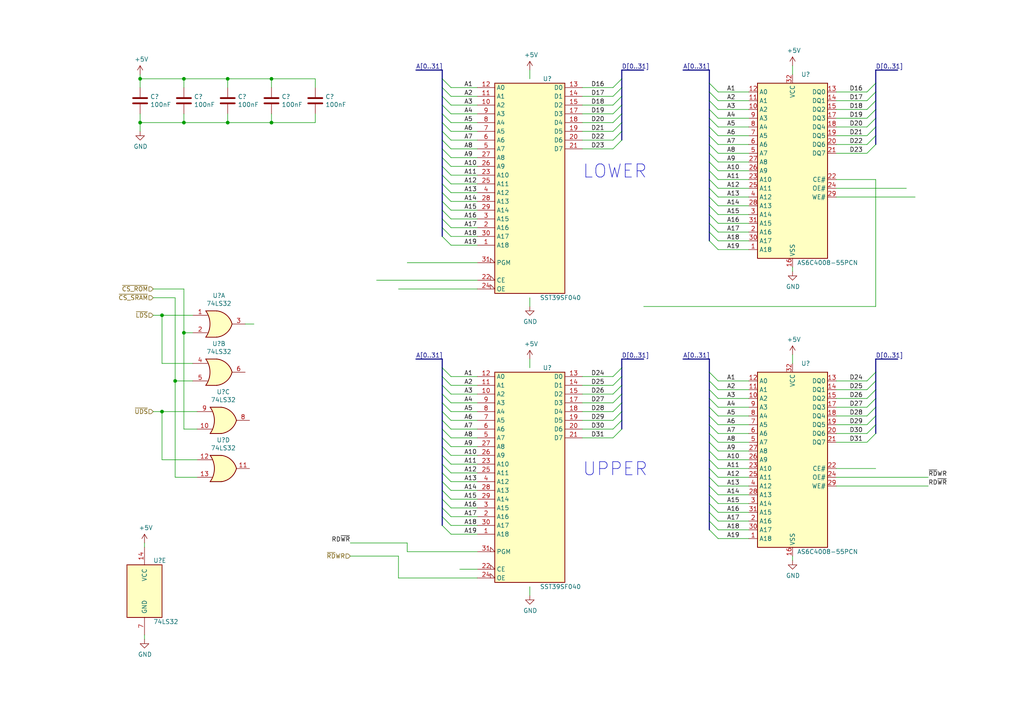
<source format=kicad_sch>
(kicad_sch (version 20211123) (generator eeschema)
  (paper "A4")
  (lib_symbols
    (symbol "74xx:74LS32" (pin_names (offset 1.016))
      (property "Reference" "U" (at 0 1.27 0))
      (property "Value" "74LS32" (at 0 -1.27 0))
      (symbol "74LS32_1_1"
        (arc (start -3.81 -3.81) (mid -2.589 0) (end -3.81 3.81) (stroke (width 0.254)))
        (arc (start -0.6096 -3.81) (mid 2.1855 -2.584) (end 3.81 0) (stroke (width 0.254)) (fill (type background)))
        (polyline (pts (xy -3.81 -3.81) (xy -0.635 -3.81)) (stroke (width 0.254)) (fill (type background)))
        (polyline (pts (xy -3.81 3.81) (xy -0.635 3.81)) (stroke (width 0.254)) (fill (type background)))
        (polyline (pts (xy -0.635 3.81) (xy -3.81 3.81) (xy -3.81 3.81) (xy -3.556 3.4036) (xy -3.0226 2.2606) (xy -2.6924 1.0414) (xy -2.6162 -0.254) (xy -2.7686 -1.4986) (xy -3.175 -2.7178) (xy -3.81 -3.81) (xy -3.81 -3.81) (xy -0.635 -3.81)) (stroke (width -25.4)) (fill (type background)))
        (arc (start 3.81 0) (mid 2.1928 2.5925) (end -0.6096 3.81) (stroke (width 0.254)) (fill (type background)))
        (pin input line (at -7.62 2.54 0) (length 4.318) (name "~") (number "1"))
        (pin input line (at -7.62 -2.54 0) (length 4.318) (name "~") (number "2"))
        (pin output line (at 7.62 0 180) (length 3.81) (name "~") (number "3"))
      )
      (symbol "74LS32_1_2"
        (arc (start 0 -3.81) (mid 3.81 0) (end 0 3.81) (stroke (width 0.254)) (fill (type background)))
        (polyline (pts (xy 0 3.81) (xy -3.81 3.81) (xy -3.81 -3.81) (xy 0 -3.81)) (stroke (width 0.254)) (fill (type background)))
        (pin input inverted (at -7.62 2.54 0) (length 3.81) (name "~") (number "1"))
        (pin input inverted (at -7.62 -2.54 0) (length 3.81) (name "~") (number "2"))
        (pin output inverted (at 7.62 0 180) (length 3.81) (name "~") (number "3"))
      )
      (symbol "74LS32_2_1"
        (arc (start -3.81 -3.81) (mid -2.589 0) (end -3.81 3.81) (stroke (width 0.254)))
        (arc (start -0.6096 -3.81) (mid 2.1855 -2.584) (end 3.81 0) (stroke (width 0.254)) (fill (type background)))
        (polyline (pts (xy -3.81 -3.81) (xy -0.635 -3.81)) (stroke (width 0.254)) (fill (type background)))
        (polyline (pts (xy -3.81 3.81) (xy -0.635 3.81)) (stroke (width 0.254)) (fill (type background)))
        (polyline (pts (xy -0.635 3.81) (xy -3.81 3.81) (xy -3.81 3.81) (xy -3.556 3.4036) (xy -3.0226 2.2606) (xy -2.6924 1.0414) (xy -2.6162 -0.254) (xy -2.7686 -1.4986) (xy -3.175 -2.7178) (xy -3.81 -3.81) (xy -3.81 -3.81) (xy -0.635 -3.81)) (stroke (width -25.4)) (fill (type background)))
        (arc (start 3.81 0) (mid 2.1928 2.5925) (end -0.6096 3.81) (stroke (width 0.254)) (fill (type background)))
        (pin input line (at -7.62 2.54 0) (length 4.318) (name "~") (number "4"))
        (pin input line (at -7.62 -2.54 0) (length 4.318) (name "~") (number "5"))
        (pin output line (at 7.62 0 180) (length 3.81) (name "~") (number "6"))
      )
      (symbol "74LS32_2_2"
        (arc (start 0 -3.81) (mid 3.81 0) (end 0 3.81) (stroke (width 0.254)) (fill (type background)))
        (polyline (pts (xy 0 3.81) (xy -3.81 3.81) (xy -3.81 -3.81) (xy 0 -3.81)) (stroke (width 0.254)) (fill (type background)))
        (pin input inverted (at -7.62 2.54 0) (length 3.81) (name "~") (number "4"))
        (pin input inverted (at -7.62 -2.54 0) (length 3.81) (name "~") (number "5"))
        (pin output inverted (at 7.62 0 180) (length 3.81) (name "~") (number "6"))
      )
      (symbol "74LS32_3_1"
        (arc (start -3.81 -3.81) (mid -2.589 0) (end -3.81 3.81) (stroke (width 0.254)))
        (arc (start -0.6096 -3.81) (mid 2.1855 -2.584) (end 3.81 0) (stroke (width 0.254)) (fill (type background)))
        (polyline (pts (xy -3.81 -3.81) (xy -0.635 -3.81)) (stroke (width 0.254)) (fill (type background)))
        (polyline (pts (xy -3.81 3.81) (xy -0.635 3.81)) (stroke (width 0.254)) (fill (type background)))
        (polyline (pts (xy -0.635 3.81) (xy -3.81 3.81) (xy -3.81 3.81) (xy -3.556 3.4036) (xy -3.0226 2.2606) (xy -2.6924 1.0414) (xy -2.6162 -0.254) (xy -2.7686 -1.4986) (xy -3.175 -2.7178) (xy -3.81 -3.81) (xy -3.81 -3.81) (xy -0.635 -3.81)) (stroke (width -25.4)) (fill (type background)))
        (arc (start 3.81 0) (mid 2.1928 2.5925) (end -0.6096 3.81) (stroke (width 0.254)) (fill (type background)))
        (pin input line (at -7.62 -2.54 0) (length 4.318) (name "~") (number "10"))
        (pin output line (at 7.62 0 180) (length 3.81) (name "~") (number "8"))
        (pin input line (at -7.62 2.54 0) (length 4.318) (name "~") (number "9"))
      )
      (symbol "74LS32_3_2"
        (arc (start 0 -3.81) (mid 3.81 0) (end 0 3.81) (stroke (width 0.254)) (fill (type background)))
        (polyline (pts (xy 0 3.81) (xy -3.81 3.81) (xy -3.81 -3.81) (xy 0 -3.81)) (stroke (width 0.254)) (fill (type background)))
        (pin input inverted (at -7.62 -2.54 0) (length 3.81) (name "~") (number "10"))
        (pin output inverted (at 7.62 0 180) (length 3.81) (name "~") (number "8"))
        (pin input inverted (at -7.62 2.54 0) (length 3.81) (name "~") (number "9"))
      )
      (symbol "74LS32_4_1"
        (arc (start -3.81 -3.81) (mid -2.589 0) (end -3.81 3.81) (stroke (width 0.254)))
        (arc (start -0.6096 -3.81) (mid 2.1855 -2.584) (end 3.81 0) (stroke (width 0.254)) (fill (type background)))
        (polyline (pts (xy -3.81 -3.81) (xy -0.635 -3.81)) (stroke (width 0.254)) (fill (type background)))
        (polyline (pts (xy -3.81 3.81) (xy -0.635 3.81)) (stroke (width 0.254)) (fill (type background)))
        (polyline (pts (xy -0.635 3.81) (xy -3.81 3.81) (xy -3.81 3.81) (xy -3.556 3.4036) (xy -3.0226 2.2606) (xy -2.6924 1.0414) (xy -2.6162 -0.254) (xy -2.7686 -1.4986) (xy -3.175 -2.7178) (xy -3.81 -3.81) (xy -3.81 -3.81) (xy -0.635 -3.81)) (stroke (width -25.4)) (fill (type background)))
        (arc (start 3.81 0) (mid 2.1928 2.5925) (end -0.6096 3.81) (stroke (width 0.254)) (fill (type background)))
        (pin output line (at 7.62 0 180) (length 3.81) (name "~") (number "11"))
        (pin input line (at -7.62 2.54 0) (length 4.318) (name "~") (number "12"))
        (pin input line (at -7.62 -2.54 0) (length 4.318) (name "~") (number "13"))
      )
      (symbol "74LS32_4_2"
        (arc (start 0 -3.81) (mid 3.81 0) (end 0 3.81) (stroke (width 0.254)) (fill (type background)))
        (polyline (pts (xy 0 3.81) (xy -3.81 3.81) (xy -3.81 -3.81) (xy 0 -3.81)) (stroke (width 0.254)) (fill (type background)))
        (pin output inverted (at 7.62 0 180) (length 3.81) (name "~") (number "11"))
        (pin input inverted (at -7.62 2.54 0) (length 3.81) (name "~") (number "12"))
        (pin input inverted (at -7.62 -2.54 0) (length 3.81) (name "~") (number "13"))
      )
      (symbol "74LS32_5_0"
        (pin power_in line (at 0 12.7 270) (length 5.08) (name "VCC") (number "14"))
        (pin power_in line (at 0 -12.7 90) (length 5.08) (name "GND") (number "7"))
      )
      (symbol "74LS32_5_1"
        (rectangle (start -5.08 7.62) (end 5.08 -7.62) (stroke (width 0.254)) (fill (type background)))
      )
    )
    (symbol "Device:C" (pin_numbers hide) (pin_names (offset 0.254))
      (property "Reference" "C" (at 0.635 2.54 0))
      (property "Value" "C" (at 0.635 -2.54 0))
      (symbol "C_0_1"
        (polyline (pts (xy -2.032 -0.762) (xy 2.032 -0.762)) (stroke (width 0.508)))
        (polyline (pts (xy -2.032 0.762) (xy 2.032 0.762)) (stroke (width 0.508)))
      )
      (symbol "C_1_1"
        (pin passive line (at 0 3.81 270) (length 2.794) (name "~") (number "1"))
        (pin passive line (at 0 -3.81 90) (length 2.794) (name "~") (number "2"))
      )
    )
    (symbol "Memory_Flash:SST39SF040"
      (property "Reference" "U" (at 2.54 33.02 0))
      (property "Value" "SST39SF040" (at 0 -30.48 0))
      (symbol "SST39SF040_0_0"
        (pin power_in line (at 0 -30.48 90) (length 1.27) hide (name "GND") (number "16"))
        (pin power_in line (at 0 33.02 270) (length 1.27) hide (name "VCC") (number "32"))
      )
      (symbol "SST39SF040_0_1"
        (rectangle (start -10.16 31.75) (end 10.16 -29.21) (stroke (width 0.254)) (fill (type background)))
      )
      (symbol "SST39SF040_1_1"
        (pin input line (at -15.24 -15.24 0) (length 5.08) (name "A18") (number "1"))
        (pin input line (at -15.24 25.4 0) (length 5.08) (name "A2") (number "10"))
        (pin input line (at -15.24 27.94 0) (length 5.08) (name "A1") (number "11"))
        (pin input line (at -15.24 30.48 0) (length 5.08) (name "A0") (number "12"))
        (pin tri_state line (at 15.24 30.48 180) (length 5.08) (name "D0") (number "13"))
        (pin tri_state line (at 15.24 27.94 180) (length 5.08) (name "D1") (number "14"))
        (pin tri_state line (at 15.24 25.4 180) (length 5.08) (name "D2") (number "15"))
        (pin tri_state line (at 15.24 22.86 180) (length 5.08) (name "D3") (number "17"))
        (pin tri_state line (at 15.24 20.32 180) (length 5.08) (name "D4") (number "18"))
        (pin tri_state line (at 15.24 17.78 180) (length 5.08) (name "D5") (number "19"))
        (pin input line (at -15.24 -10.16 0) (length 5.08) (name "A16") (number "2"))
        (pin tri_state line (at 15.24 15.24 180) (length 5.08) (name "D6") (number "20"))
        (pin tri_state line (at 15.24 12.7 180) (length 5.08) (name "D7") (number "21"))
        (pin input input_low (at -15.24 -25.4 0) (length 5.08) (name "CE") (number "22"))
        (pin input line (at -15.24 5.08 0) (length 5.08) (name "A10") (number "23"))
        (pin input input_low (at -15.24 -27.94 0) (length 5.08) (name "OE") (number "24"))
        (pin input line (at -15.24 2.54 0) (length 5.08) (name "A11") (number "25"))
        (pin input line (at -15.24 7.62 0) (length 5.08) (name "A9") (number "26"))
        (pin input line (at -15.24 10.16 0) (length 5.08) (name "A8") (number "27"))
        (pin input line (at -15.24 -2.54 0) (length 5.08) (name "A13") (number "28"))
        (pin input line (at -15.24 -5.08 0) (length 5.08) (name "A14") (number "29"))
        (pin input line (at -15.24 -7.62 0) (length 5.08) (name "A15") (number "3"))
        (pin input line (at -15.24 -12.7 0) (length 5.08) (name "A17") (number "30"))
        (pin input input_low (at -15.24 -20.32 0) (length 5.08) (name "PGM") (number "31"))
        (pin input line (at -15.24 0 0) (length 5.08) (name "A12") (number "4"))
        (pin input line (at -15.24 12.7 0) (length 5.08) (name "A7") (number "5"))
        (pin input line (at -15.24 15.24 0) (length 5.08) (name "A6") (number "6"))
        (pin input line (at -15.24 17.78 0) (length 5.08) (name "A5") (number "7"))
        (pin input line (at -15.24 20.32 0) (length 5.08) (name "A4") (number "8"))
        (pin input line (at -15.24 22.86 0) (length 5.08) (name "A3") (number "9"))
      )
    )
    (symbol "Memory_RAM:AS6C4008-55PCN"
      (property "Reference" "U" (at -10.16 26.035 0))
      (property "Value" "AS6C4008-55PCN" (at 2.54 26.035 0))
      (symbol "AS6C4008-55PCN_0_0"
        (pin power_in line (at 0 -27.94 90) (length 2.54) (name "VSS") (number "16"))
        (pin power_in line (at 0 27.94 270) (length 2.54) (name "VCC") (number "32"))
      )
      (symbol "AS6C4008-55PCN_0_1"
        (rectangle (start -10.16 25.4) (end 10.16 -25.4) (stroke (width 0.254)) (fill (type background)))
      )
      (symbol "AS6C4008-55PCN_1_1"
        (pin input line (at -12.7 -22.86 0) (length 2.54) (name "A18") (number "1"))
        (pin input line (at -12.7 17.78 0) (length 2.54) (name "A2") (number "10"))
        (pin input line (at -12.7 20.32 0) (length 2.54) (name "A1") (number "11"))
        (pin input line (at -12.7 22.86 0) (length 2.54) (name "A0") (number "12"))
        (pin tri_state line (at 12.7 22.86 180) (length 2.54) (name "DQ0") (number "13"))
        (pin tri_state line (at 12.7 20.32 180) (length 2.54) (name "DQ1") (number "14"))
        (pin tri_state line (at 12.7 17.78 180) (length 2.54) (name "DQ2") (number "15"))
        (pin tri_state line (at 12.7 15.24 180) (length 2.54) (name "DQ3") (number "17"))
        (pin tri_state line (at 12.7 12.7 180) (length 2.54) (name "DQ4") (number "18"))
        (pin tri_state line (at 12.7 10.16 180) (length 2.54) (name "DQ5") (number "19"))
        (pin input line (at -12.7 -17.78 0) (length 2.54) (name "A16") (number "2"))
        (pin tri_state line (at 12.7 7.62 180) (length 2.54) (name "DQ6") (number "20"))
        (pin tri_state line (at 12.7 5.08 180) (length 2.54) (name "DQ7") (number "21"))
        (pin input line (at 12.7 -2.54 180) (length 2.54) (name "CE#") (number "22"))
        (pin input line (at -12.7 -2.54 0) (length 2.54) (name "A10") (number "23"))
        (pin input line (at 12.7 -5.08 180) (length 2.54) (name "OE#") (number "24"))
        (pin input line (at -12.7 -5.08 0) (length 2.54) (name "A11") (number "25"))
        (pin input line (at -12.7 0 0) (length 2.54) (name "A9") (number "26"))
        (pin input line (at -12.7 2.54 0) (length 2.54) (name "A8") (number "27"))
        (pin input line (at -12.7 -10.16 0) (length 2.54) (name "A13") (number "28"))
        (pin input line (at 12.7 -7.62 180) (length 2.54) (name "WE#") (number "29"))
        (pin input line (at -12.7 -12.7 0) (length 2.54) (name "A14") (number "3"))
        (pin input line (at -12.7 -20.32 0) (length 2.54) (name "A17") (number "30"))
        (pin input line (at -12.7 -15.24 0) (length 2.54) (name "A15") (number "31"))
        (pin input line (at -12.7 -7.62 0) (length 2.54) (name "A12") (number "4"))
        (pin input line (at -12.7 5.08 0) (length 2.54) (name "A7") (number "5"))
        (pin input line (at -12.7 7.62 0) (length 2.54) (name "A6") (number "6"))
        (pin input line (at -12.7 10.16 0) (length 2.54) (name "A5") (number "7"))
        (pin input line (at -12.7 12.7 0) (length 2.54) (name "A4") (number "8"))
        (pin input line (at -12.7 15.24 0) (length 2.54) (name "A3") (number "9"))
      )
    )
    (symbol "power:+5V" (power) (pin_names (offset 0))
      (property "Value" "+5V" (at 0 3.556 0))
      (symbol "+5V_0_1"
        (polyline (pts (xy -0.762 1.27) (xy 0 2.54)))
        (polyline (pts (xy 0 0) (xy 0 2.54)))
        (polyline (pts (xy 0 2.54) (xy 0.762 1.27)))
      )
      (symbol "+5V_1_1"
        (pin power_in line (at 0 0 90) (length 0) hide (name "+5V") (number "1"))
      )
    )
    (symbol "power:GND" (power) (pin_names (offset 0))
      (property "Value" "GND" (at 0 -3.81 0))
      (symbol "GND_0_1"
        (polyline (pts (xy 0 0) (xy 0 -1.27) (xy 1.27 -1.27) (xy 0 -2.54) (xy -1.27 -1.27) (xy 0 -1.27)))
      )
      (symbol "GND_1_1"
        (pin power_in line (at 0 0 270) (length 0) hide (name "GND") (number "1"))
      )
    )
  )
  (junction (at 53.34 22.86))
  (junction (at 50.8 110.49))
  (junction (at 66.04 22.86))
  (junction (at 46.99 91.44))
  (junction (at 46.99 119.38))
  (junction (at 78.74 22.86))
  (junction (at 53.34 35.56))
  (junction (at 78.74 35.56))
  (junction (at 40.64 35.56))
  (junction (at 40.64 22.86))
  (junction (at 53.34 96.52))
  (junction (at 66.04 35.56))
  (bus_entry (at 128.27 22.86) (size 2.54 2.54))
  (bus_entry (at 254 41.91) (size -2.54 2.54))
  (bus_entry (at 205.74 140.97) (size 2.54 2.54))
  (bus_entry (at 128.27 116.84) (size 2.54 2.54))
  (bus_entry (at 205.74 34.29) (size 2.54 2.54))
  (bus_entry (at 128.27 114.3) (size 2.54 2.54))
  (bus_entry (at 205.74 57.15) (size 2.54 2.54))
  (bus_entry (at 128.27 40.64) (size 2.54 2.54))
  (bus_entry (at 205.74 39.37) (size 2.54 2.54))
  (bus_entry (at 180.34 25.4) (size -2.54 2.54))
  (bus_entry (at 205.74 153.67) (size 2.54 2.54))
  (bus_entry (at 205.74 130.81) (size 2.54 2.54))
  (bus_entry (at 128.27 127) (size 2.54 2.54))
  (bus_entry (at 205.74 110.49) (size 2.54 2.54))
  (bus_entry (at 180.34 27.94) (size -2.54 2.54))
  (bus_entry (at 128.27 55.88) (size 2.54 2.54))
  (bus_entry (at 128.27 121.92) (size 2.54 2.54))
  (bus_entry (at 205.74 125.73) (size 2.54 2.54))
  (bus_entry (at 128.27 53.34) (size 2.54 2.54))
  (bus_entry (at 254 123.19) (size -2.54 2.54))
  (bus_entry (at 205.74 59.69) (size 2.54 2.54))
  (bus_entry (at 128.27 38.1) (size 2.54 2.54))
  (bus_entry (at 254 34.29) (size -2.54 2.54))
  (bus_entry (at 128.27 109.22) (size 2.54 2.54))
  (bus_entry (at 205.74 31.75) (size 2.54 2.54))
  (bus_entry (at 254 39.37) (size -2.54 2.54))
  (bus_entry (at 254 24.13) (size -2.54 2.54))
  (bus_entry (at 180.34 109.22) (size -2.54 2.54))
  (bus_entry (at 254 118.11) (size -2.54 2.54))
  (bus_entry (at 128.27 58.42) (size 2.54 2.54))
  (bus_entry (at 205.74 67.31) (size 2.54 2.54))
  (bus_entry (at 128.27 134.62) (size 2.54 2.54))
  (bus_entry (at 180.34 111.76) (size -2.54 2.54))
  (bus_entry (at 128.27 43.18) (size 2.54 2.54))
  (bus_entry (at 205.74 29.21) (size 2.54 2.54))
  (bus_entry (at 205.74 64.77) (size 2.54 2.54))
  (bus_entry (at 180.34 33.02) (size -2.54 2.54))
  (bus_entry (at 180.34 124.46) (size -2.54 2.54))
  (bus_entry (at 128.27 124.46) (size 2.54 2.54))
  (bus_entry (at 128.27 60.96) (size 2.54 2.54))
  (bus_entry (at 205.74 107.95) (size 2.54 2.54))
  (bus_entry (at 254 107.95) (size -2.54 2.54))
  (bus_entry (at 128.27 129.54) (size 2.54 2.54))
  (bus_entry (at 205.74 118.11) (size 2.54 2.54))
  (bus_entry (at 128.27 33.02) (size 2.54 2.54))
  (bus_entry (at 205.74 46.99) (size 2.54 2.54))
  (bus_entry (at 205.74 69.85) (size 2.54 2.54))
  (bus_entry (at 205.74 135.89) (size 2.54 2.54))
  (bus_entry (at 180.34 22.86) (size -2.54 2.54))
  (bus_entry (at 254 31.75) (size -2.54 2.54))
  (bus_entry (at 180.34 116.84) (size -2.54 2.54))
  (bus_entry (at 205.74 133.35) (size 2.54 2.54))
  (bus_entry (at 205.74 62.23) (size 2.54 2.54))
  (bus_entry (at 180.34 106.68) (size -2.54 2.54))
  (bus_entry (at 205.74 120.65) (size 2.54 2.54))
  (bus_entry (at 180.34 35.56) (size -2.54 2.54))
  (bus_entry (at 128.27 152.4) (size 2.54 2.54))
  (bus_entry (at 205.74 138.43) (size 2.54 2.54))
  (bus_entry (at 128.27 119.38) (size 2.54 2.54))
  (bus_entry (at 254 113.03) (size -2.54 2.54))
  (bus_entry (at 128.27 25.4) (size 2.54 2.54))
  (bus_entry (at 180.34 114.3) (size -2.54 2.54))
  (bus_entry (at 128.27 66.04) (size 2.54 2.54))
  (bus_entry (at 205.74 113.03) (size 2.54 2.54))
  (bus_entry (at 180.34 121.92) (size -2.54 2.54))
  (bus_entry (at 205.74 146.05) (size 2.54 2.54))
  (bus_entry (at 128.27 144.78) (size 2.54 2.54))
  (bus_entry (at 254 125.73) (size -2.54 2.54))
  (bus_entry (at 128.27 139.7) (size 2.54 2.54))
  (bus_entry (at 128.27 50.8) (size 2.54 2.54))
  (bus_entry (at 205.74 52.07) (size 2.54 2.54))
  (bus_entry (at 128.27 68.58) (size 2.54 2.54))
  (bus_entry (at 180.34 119.38) (size -2.54 2.54))
  (bus_entry (at 128.27 30.48) (size 2.54 2.54))
  (bus_entry (at 254 29.21) (size -2.54 2.54))
  (bus_entry (at 205.74 44.45) (size 2.54 2.54))
  (bus_entry (at 128.27 137.16) (size 2.54 2.54))
  (bus_entry (at 205.74 41.91) (size 2.54 2.54))
  (bus_entry (at 128.27 48.26) (size 2.54 2.54))
  (bus_entry (at 128.27 106.68) (size 2.54 2.54))
  (bus_entry (at 205.74 115.57) (size 2.54 2.54))
  (bus_entry (at 205.74 148.59) (size 2.54 2.54))
  (bus_entry (at 180.34 30.48) (size -2.54 2.54))
  (bus_entry (at 254 36.83) (size -2.54 2.54))
  (bus_entry (at 180.34 38.1) (size -2.54 2.54))
  (bus_entry (at 205.74 143.51) (size 2.54 2.54))
  (bus_entry (at 128.27 63.5) (size 2.54 2.54))
  (bus_entry (at 254 120.65) (size -2.54 2.54))
  (bus_entry (at 205.74 49.53) (size 2.54 2.54))
  (bus_entry (at 128.27 147.32) (size 2.54 2.54))
  (bus_entry (at 205.74 36.83) (size 2.54 2.54))
  (bus_entry (at 205.74 128.27) (size 2.54 2.54))
  (bus_entry (at 128.27 35.56) (size 2.54 2.54))
  (bus_entry (at 128.27 45.72) (size 2.54 2.54))
  (bus_entry (at 128.27 27.94) (size 2.54 2.54))
  (bus_entry (at 205.74 54.61) (size 2.54 2.54))
  (bus_entry (at 128.27 132.08) (size 2.54 2.54))
  (bus_entry (at 205.74 123.19) (size 2.54 2.54))
  (bus_entry (at 205.74 26.67) (size 2.54 2.54))
  (bus_entry (at 128.27 142.24) (size 2.54 2.54))
  (bus_entry (at 180.34 40.64) (size -2.54 2.54))
  (bus_entry (at 128.27 111.76) (size 2.54 2.54))
  (bus_entry (at 205.74 24.13) (size 2.54 2.54))
  (bus_entry (at 254 110.49) (size -2.54 2.54))
  (bus_entry (at 254 26.67) (size -2.54 2.54))
  (bus_entry (at 205.74 151.13) (size 2.54 2.54))
  (bus_entry (at 254 115.57) (size -2.54 2.54))
  (bus_entry (at 128.27 149.86) (size 2.54 2.54))
  (bus (pts (xy 128.27 40.64) (xy 128.27 43.18)))
  (bus (pts (xy 128.27 58.42) (xy 128.27 60.96)))
  (wire (pts (xy 50.8 86.36) (xy 44.45 86.36)))
  (wire (pts (xy 254 135.89) (xy 242.57 135.89)))
  (bus (pts (xy 205.74 49.53) (xy 205.74 52.07)))
  (wire (pts (xy 130.81 71.12) (xy 138.43 71.12)))
  (wire (pts (xy 208.28 62.23) (xy 217.17 62.23)))
  (wire (pts (xy 168.91 35.56) (xy 177.8 35.56)))
  (wire (pts (xy 138.43 111.76) (xy 130.81 111.76)))
  (wire (pts (xy 109.22 81.28) (xy 138.43 81.28)))
  (wire (pts (xy 130.81 60.96) (xy 138.43 60.96)))
  (bus (pts (xy 205.74 24.13) (xy 205.74 26.67)))
  (wire (pts (xy 130.81 109.22) (xy 138.43 109.22)))
  (bus (pts (xy 205.74 46.99) (xy 205.74 49.53)))
  (bus (pts (xy 180.34 30.48) (xy 180.34 33.02)))
  (wire (pts (xy 251.46 123.19) (xy 242.57 123.19)))
  (wire (pts (xy 217.17 59.69) (xy 208.28 59.69)))
  (bus (pts (xy 128.27 124.46) (xy 128.27 127)))
  (bus (pts (xy 205.74 120.65) (xy 205.74 123.19)))
  (bus (pts (xy 205.74 123.19) (xy 205.74 125.73)))
  (bus (pts (xy 128.27 134.62) (xy 128.27 137.16)))
  (bus (pts (xy 128.27 43.18) (xy 128.27 45.72)))
  (bus (pts (xy 205.74 143.51) (xy 205.74 146.05)))
  (bus (pts (xy 128.27 33.02) (xy 128.27 35.56)))
  (wire (pts (xy 177.8 127) (xy 168.91 127)))
  (wire (pts (xy 118.11 76.2) (xy 138.43 76.2)))
  (bus (pts (xy 205.74 115.57) (xy 205.74 118.11)))
  (bus (pts (xy 205.74 36.83) (xy 205.74 39.37)))
  (wire (pts (xy 242.57 125.73) (xy 251.46 125.73)))
  (wire (pts (xy 53.34 35.56) (xy 40.64 35.56)))
  (wire (pts (xy 153.67 172.72) (xy 153.67 170.18)))
  (wire (pts (xy 130.81 50.8) (xy 138.43 50.8)))
  (bus (pts (xy 128.27 149.86) (xy 128.27 152.4)))
  (wire (pts (xy 168.91 30.48) (xy 177.8 30.48)))
  (bus (pts (xy 128.27 63.5) (xy 128.27 66.04)))
  (bus (pts (xy 205.74 52.07) (xy 205.74 54.61)))
  (wire (pts (xy 66.04 35.56) (xy 53.34 35.56)))
  (wire (pts (xy 208.28 130.81) (xy 217.17 130.81)))
  (wire (pts (xy 242.57 26.67) (xy 251.46 26.67)))
  (bus (pts (xy 128.27 45.72) (xy 128.27 48.26)))
  (wire (pts (xy 153.67 88.9) (xy 153.67 86.36)))
  (wire (pts (xy 208.28 151.13) (xy 217.17 151.13)))
  (wire (pts (xy 208.28 115.57) (xy 217.17 115.57)))
  (wire (pts (xy 229.87 162.56) (xy 229.87 161.29)))
  (wire (pts (xy 46.99 91.44) (xy 55.88 91.44)))
  (wire (pts (xy 251.46 113.03) (xy 242.57 113.03)))
  (wire (pts (xy 217.17 49.53) (xy 208.28 49.53)))
  (bus (pts (xy 205.74 26.67) (xy 205.74 29.21)))
  (bus (pts (xy 205.74 151.13) (xy 205.74 153.67)))
  (wire (pts (xy 217.17 123.19) (xy 208.28 123.19)))
  (wire (pts (xy 217.17 29.21) (xy 208.28 29.21)))
  (bus (pts (xy 128.27 22.86) (xy 128.27 25.4)))
  (bus (pts (xy 128.27 137.16) (xy 128.27 139.7)))
  (wire (pts (xy 53.34 96.52) (xy 55.88 96.52)))
  (wire (pts (xy 44.45 83.82) (xy 53.34 83.82)))
  (bus (pts (xy 128.27 121.92) (xy 128.27 124.46)))
  (bus (pts (xy 254 20.32) (xy 254 24.13)))
  (bus (pts (xy 128.27 144.78) (xy 128.27 147.32)))
  (wire (pts (xy 118.11 157.48) (xy 118.11 160.02)))
  (bus (pts (xy 128.27 139.7) (xy 128.27 142.24)))
  (bus (pts (xy 128.27 30.48) (xy 128.27 33.02)))
  (bus (pts (xy 180.34 119.38) (xy 180.34 121.92)))
  (bus (pts (xy 254 36.83) (xy 254 39.37)))
  (bus (pts (xy 254 34.29) (xy 254 36.83)))
  (wire (pts (xy 229.87 19.05) (xy 229.87 21.59)))
  (wire (pts (xy 78.74 35.56) (xy 66.04 35.56)))
  (wire (pts (xy 251.46 128.27) (xy 242.57 128.27)))
  (wire (pts (xy 177.8 116.84) (xy 168.91 116.84)))
  (wire (pts (xy 50.8 86.36) (xy 50.8 110.49)))
  (wire (pts (xy 46.99 105.41) (xy 46.99 91.44)))
  (bus (pts (xy 128.27 119.38) (xy 128.27 121.92)))
  (bus (pts (xy 128.27 53.34) (xy 128.27 55.88)))
  (bus (pts (xy 128.27 109.22) (xy 128.27 111.76)))
  (wire (pts (xy 217.17 138.43) (xy 208.28 138.43)))
  (wire (pts (xy 251.46 29.21) (xy 242.57 29.21)))
  (bus (pts (xy 205.74 62.23) (xy 205.74 64.77)))
  (wire (pts (xy 208.28 125.73) (xy 217.17 125.73)))
  (wire (pts (xy 130.81 134.62) (xy 138.43 134.62)))
  (bus (pts (xy 205.74 133.35) (xy 205.74 135.89)))
  (wire (pts (xy 208.28 146.05) (xy 217.17 146.05)))
  (wire (pts (xy 208.28 52.07) (xy 217.17 52.07)))
  (bus (pts (xy 128.27 35.56) (xy 128.27 38.1)))
  (wire (pts (xy 138.43 53.34) (xy 130.81 53.34)))
  (wire (pts (xy 138.43 58.42) (xy 130.81 58.42)))
  (bus (pts (xy 254 110.49) (xy 254 113.03)))
  (bus (pts (xy 180.34 38.1) (xy 180.34 40.64)))
  (bus (pts (xy 205.74 110.49) (xy 205.74 113.03)))
  (wire (pts (xy 208.28 46.99) (xy 217.17 46.99)))
  (wire (pts (xy 186.69 88.9) (xy 254 88.9)))
  (wire (pts (xy 78.74 33.02) (xy 78.74 35.56)))
  (bus (pts (xy 128.27 127) (xy 128.27 129.54)))
  (wire (pts (xy 217.17 133.35) (xy 208.28 133.35)))
  (bus (pts (xy 128.27 20.32) (xy 128.27 22.86)))
  (wire (pts (xy 40.64 22.86) (xy 53.34 22.86)))
  (bus (pts (xy 128.27 55.88) (xy 128.27 58.42)))
  (bus (pts (xy 205.74 130.81) (xy 205.74 133.35)))
  (bus (pts (xy 205.74 67.31) (xy 205.74 69.85)))
  (wire (pts (xy 40.64 22.86) (xy 40.64 21.59)))
  (wire (pts (xy 208.28 156.21) (xy 217.17 156.21)))
  (wire (pts (xy 130.81 55.88) (xy 138.43 55.88)))
  (bus (pts (xy 254 113.03) (xy 254 115.57)))
  (wire (pts (xy 130.81 124.46) (xy 138.43 124.46)))
  (wire (pts (xy 217.17 113.03) (xy 208.28 113.03)))
  (bus (pts (xy 205.74 104.14) (xy 205.74 107.95)))
  (bus (pts (xy 205.74 39.37) (xy 205.74 41.91)))
  (bus (pts (xy 205.74 34.29) (xy 205.74 36.83)))
  (wire (pts (xy 53.34 22.86) (xy 66.04 22.86)))
  (wire (pts (xy 118.11 160.02) (xy 138.43 160.02)))
  (bus (pts (xy 254 118.11) (xy 254 120.65)))
  (wire (pts (xy 208.28 72.39) (xy 217.17 72.39)))
  (bus (pts (xy 128.27 132.08) (xy 128.27 134.62)))
  (wire (pts (xy 130.81 40.64) (xy 138.43 40.64)))
  (wire (pts (xy 138.43 147.32) (xy 130.81 147.32)))
  (bus (pts (xy 254 24.13) (xy 254 26.67)))
  (wire (pts (xy 138.43 68.58) (xy 130.81 68.58)))
  (wire (pts (xy 138.43 63.5) (xy 130.81 63.5)))
  (wire (pts (xy 50.8 138.43) (xy 57.15 138.43)))
  (wire (pts (xy 91.44 35.56) (xy 78.74 35.56)))
  (wire (pts (xy 177.8 43.18) (xy 168.91 43.18)))
  (wire (pts (xy 46.99 133.35) (xy 46.99 119.38)))
  (wire (pts (xy 168.91 114.3) (xy 177.8 114.3)))
  (wire (pts (xy 53.34 33.02) (xy 53.34 35.56)))
  (bus (pts (xy 180.34 35.56) (xy 180.34 38.1)))
  (wire (pts (xy 130.81 66.04) (xy 138.43 66.04)))
  (wire (pts (xy 115.57 167.64) (xy 138.43 167.64)))
  (wire (pts (xy 66.04 33.02) (xy 66.04 35.56)))
  (wire (pts (xy 130.81 129.54) (xy 138.43 129.54)))
  (bus (pts (xy 128.27 48.26) (xy 128.27 50.8)))
  (wire (pts (xy 242.57 110.49) (xy 251.46 110.49)))
  (wire (pts (xy 229.87 102.87) (xy 229.87 105.41)))
  (wire (pts (xy 138.43 142.24) (xy 130.81 142.24)))
  (bus (pts (xy 205.74 20.32) (xy 205.74 24.13)))
  (wire (pts (xy 55.88 105.41) (xy 46.99 105.41)))
  (wire (pts (xy 130.81 25.4) (xy 138.43 25.4)))
  (bus (pts (xy 128.27 116.84) (xy 128.27 119.38)))
  (wire (pts (xy 130.81 30.48) (xy 138.43 30.48)))
  (wire (pts (xy 208.28 41.91) (xy 217.17 41.91)))
  (bus (pts (xy 180.34 33.02) (xy 180.34 35.56)))
  (bus (pts (xy 254 20.32) (xy 260.35 20.32)))
  (wire (pts (xy 217.17 128.27) (xy 208.28 128.27)))
  (wire (pts (xy 130.81 114.3) (xy 138.43 114.3)))
  (bus (pts (xy 128.27 114.3) (xy 128.27 116.84)))
  (bus (pts (xy 205.74 57.15) (xy 205.74 59.69)))
  (wire (pts (xy 208.28 140.97) (xy 217.17 140.97)))
  (wire (pts (xy 217.17 44.45) (xy 208.28 44.45)))
  (wire (pts (xy 138.43 38.1) (xy 130.81 38.1)))
  (bus (pts (xy 205.74 54.61) (xy 205.74 57.15)))
  (bus (pts (xy 128.27 129.54) (xy 128.27 132.08)))
  (wire (pts (xy 115.57 161.29) (xy 115.57 167.64)))
  (wire (pts (xy 138.43 27.94) (xy 130.81 27.94)))
  (bus (pts (xy 128.27 20.32) (xy 120.65 20.32)))
  (wire (pts (xy 208.28 36.83) (xy 217.17 36.83)))
  (wire (pts (xy 71.12 93.98) (xy 73.66 93.98)))
  (wire (pts (xy 262.89 54.61) (xy 242.57 54.61)))
  (bus (pts (xy 205.74 138.43) (xy 205.74 140.97)))
  (bus (pts (xy 205.74 113.03) (xy 205.74 115.57)))
  (bus (pts (xy 180.34 109.22) (xy 180.34 111.76)))
  (bus (pts (xy 180.34 106.68) (xy 180.34 109.22)))
  (wire (pts (xy 168.91 124.46) (xy 177.8 124.46)))
  (bus (pts (xy 180.34 20.32) (xy 186.69 20.32)))
  (wire (pts (xy 57.15 133.35) (xy 46.99 133.35)))
  (wire (pts (xy 50.8 110.49) (xy 50.8 138.43)))
  (wire (pts (xy 133.35 165.1) (xy 138.43 165.1)))
  (wire (pts (xy 251.46 118.11) (xy 242.57 118.11)))
  (bus (pts (xy 180.34 27.94) (xy 180.34 30.48)))
  (bus (pts (xy 128.27 104.14) (xy 128.27 106.68)))
  (wire (pts (xy 53.34 25.4) (xy 53.34 22.86)))
  (bus (pts (xy 254 104.14) (xy 260.35 104.14)))
  (bus (pts (xy 254 29.21) (xy 254 31.75)))
  (wire (pts (xy 138.43 43.18) (xy 130.81 43.18)))
  (wire (pts (xy 177.8 121.92) (xy 168.91 121.92)))
  (bus (pts (xy 205.74 118.11) (xy 205.74 120.65)))
  (wire (pts (xy 208.28 31.75) (xy 217.17 31.75)))
  (bus (pts (xy 128.27 38.1) (xy 128.27 40.64)))
  (bus (pts (xy 254 115.57) (xy 254 118.11)))
  (bus (pts (xy 205.74 29.21) (xy 205.74 31.75)))
  (wire (pts (xy 254 52.07) (xy 242.57 52.07)))
  (wire (pts (xy 78.74 22.86) (xy 91.44 22.86)))
  (wire (pts (xy 242.57 41.91) (xy 251.46 41.91)))
  (bus (pts (xy 205.74 148.59) (xy 205.74 151.13)))
  (wire (pts (xy 217.17 64.77) (xy 208.28 64.77)))
  (wire (pts (xy 153.67 104.14) (xy 153.67 106.68)))
  (wire (pts (xy 44.45 119.38) (xy 46.99 119.38)))
  (wire (pts (xy 242.57 31.75) (xy 251.46 31.75)))
  (bus (pts (xy 128.27 60.96) (xy 128.27 63.5)))
  (wire (pts (xy 40.64 25.4) (xy 40.64 22.86)))
  (bus (pts (xy 128.27 25.4) (xy 128.27 27.94)))
  (bus (pts (xy 254 104.14) (xy 254 107.95)))
  (wire (pts (xy 254 88.9) (xy 254 52.07)))
  (wire (pts (xy 46.99 119.38) (xy 57.15 119.38)))
  (wire (pts (xy 130.81 45.72) (xy 138.43 45.72)))
  (wire (pts (xy 168.91 109.22) (xy 177.8 109.22)))
  (wire (pts (xy 208.28 26.67) (xy 217.17 26.67)))
  (wire (pts (xy 217.17 153.67) (xy 208.28 153.67)))
  (wire (pts (xy 101.6 161.29) (xy 115.57 161.29)))
  (bus (pts (xy 205.74 135.89) (xy 205.74 138.43)))
  (wire (pts (xy 130.81 119.38) (xy 138.43 119.38)))
  (wire (pts (xy 242.57 57.15) (xy 265.43 57.15)))
  (bus (pts (xy 205.74 146.05) (xy 205.74 148.59)))
  (wire (pts (xy 91.44 33.02) (xy 91.44 35.56)))
  (wire (pts (xy 53.34 124.46) (xy 57.15 124.46)))
  (bus (pts (xy 180.34 114.3) (xy 180.34 116.84)))
  (bus (pts (xy 205.74 20.32) (xy 198.12 20.32)))
  (bus (pts (xy 254 31.75) (xy 254 34.29)))
  (wire (pts (xy 78.74 25.4) (xy 78.74 22.86)))
  (bus (pts (xy 128.27 106.68) (xy 128.27 109.22)))
  (wire (pts (xy 242.57 140.97) (xy 269.24 140.97)))
  (wire (pts (xy 217.17 148.59) (xy 208.28 148.59)))
  (bus (pts (xy 205.74 125.73) (xy 205.74 128.27)))
  (wire (pts (xy 208.28 135.89) (xy 217.17 135.89)))
  (wire (pts (xy 138.43 132.08) (xy 130.81 132.08)))
  (wire (pts (xy 91.44 25.4) (xy 91.44 22.86)))
  (bus (pts (xy 254 120.65) (xy 254 123.19)))
  (wire (pts (xy 208.28 67.31) (xy 217.17 67.31)))
  (wire (pts (xy 208.28 110.49) (xy 217.17 110.49)))
  (bus (pts (xy 180.34 111.76) (xy 180.34 114.3)))
  (wire (pts (xy 50.8 110.49) (xy 55.88 110.49)))
  (wire (pts (xy 40.64 35.56) (xy 40.64 38.1)))
  (bus (pts (xy 205.74 107.95) (xy 205.74 110.49)))
  (wire (pts (xy 138.43 137.16) (xy 130.81 137.16)))
  (wire (pts (xy 130.81 144.78) (xy 138.43 144.78)))
  (bus (pts (xy 205.74 41.91) (xy 205.74 44.45)))
  (wire (pts (xy 168.91 40.64) (xy 177.8 40.64)))
  (bus (pts (xy 128.27 50.8) (xy 128.27 53.34)))
  (bus (pts (xy 254 123.19) (xy 254 125.73)))
  (wire (pts (xy 130.81 35.56) (xy 138.43 35.56)))
  (wire (pts (xy 242.57 115.57) (xy 251.46 115.57)))
  (bus (pts (xy 180.34 121.92) (xy 180.34 124.46)))
  (wire (pts (xy 138.43 121.92) (xy 130.81 121.92)))
  (wire (pts (xy 66.04 22.86) (xy 78.74 22.86)))
  (wire (pts (xy 138.43 116.84) (xy 130.81 116.84)))
  (wire (pts (xy 251.46 34.29) (xy 242.57 34.29)))
  (wire (pts (xy 229.87 78.74) (xy 229.87 77.47)))
  (bus (pts (xy 205.74 128.27) (xy 205.74 130.81)))
  (bus (pts (xy 128.27 104.14) (xy 120.65 104.14)))
  (wire (pts (xy 217.17 54.61) (xy 208.28 54.61)))
  (wire (pts (xy 242.57 138.43) (xy 269.24 138.43)))
  (bus (pts (xy 180.34 22.86) (xy 180.34 25.4)))
  (wire (pts (xy 177.8 111.76) (xy 168.91 111.76)))
  (bus (pts (xy 128.27 142.24) (xy 128.27 144.78)))
  (wire (pts (xy 242.57 120.65) (xy 251.46 120.65)))
  (wire (pts (xy 251.46 39.37) (xy 242.57 39.37)))
  (wire (pts (xy 66.04 25.4) (xy 66.04 22.86)))
  (wire (pts (xy 115.57 83.82) (xy 138.43 83.82)))
  (wire (pts (xy 251.46 44.45) (xy 242.57 44.45)))
  (wire (pts (xy 44.45 91.44) (xy 46.99 91.44)))
  (bus (pts (xy 254 107.95) (xy 254 110.49)))
  (wire (pts (xy 138.43 152.4) (xy 130.81 152.4)))
  (wire (pts (xy 217.17 34.29) (xy 208.28 34.29)))
  (wire (pts (xy 53.34 96.52) (xy 53.34 124.46)))
  (wire (pts (xy 208.28 57.15) (xy 217.17 57.15)))
  (wire (pts (xy 138.43 33.02) (xy 130.81 33.02)))
  (wire (pts (xy 41.91 158.75) (xy 41.91 157.48)))
  (bus (pts (xy 205.74 64.77) (xy 205.74 67.31)))
  (bus (pts (xy 205.74 104.14) (xy 198.12 104.14)))
  (wire (pts (xy 177.8 38.1) (xy 168.91 38.1)))
  (wire (pts (xy 130.81 139.7) (xy 138.43 139.7)))
  (bus (pts (xy 205.74 31.75) (xy 205.74 34.29)))
  (wire (pts (xy 242.57 36.83) (xy 251.46 36.83)))
  (bus (pts (xy 254 26.67) (xy 254 29.21)))
  (bus (pts (xy 205.74 59.69) (xy 205.74 62.23)))
  (bus (pts (xy 205.74 44.45) (xy 205.74 46.99)))
  (wire (pts (xy 138.43 127) (xy 130.81 127)))
  (bus (pts (xy 128.27 27.94) (xy 128.27 30.48)))
  (wire (pts (xy 177.8 33.02) (xy 168.91 33.02)))
  (wire (pts (xy 217.17 118.11) (xy 208.28 118.11)))
  (wire (pts (xy 130.81 154.94) (xy 138.43 154.94)))
  (wire (pts (xy 168.91 119.38) (xy 177.8 119.38)))
  (bus (pts (xy 180.34 104.14) (xy 186.69 104.14)))
  (bus (pts (xy 180.34 104.14) (xy 180.34 106.68)))
  (wire (pts (xy 40.64 33.02) (xy 40.64 35.56)))
  (wire (pts (xy 138.43 48.26) (xy 130.81 48.26)))
  (wire (pts (xy 53.34 83.82) (xy 53.34 96.52)))
  (bus (pts (xy 254 39.37) (xy 254 41.91)))
  (wire (pts (xy 153.67 20.32) (xy 153.67 22.86)))
  (wire (pts (xy 217.17 69.85) (xy 208.28 69.85)))
  (wire (pts (xy 130.81 149.86) (xy 138.43 149.86)))
  (wire (pts (xy 101.6 157.48) (xy 118.11 157.48)))
  (wire (pts (xy 41.91 184.15) (xy 41.91 185.42)))
  (bus (pts (xy 180.34 116.84) (xy 180.34 119.38)))
  (bus (pts (xy 180.34 20.32) (xy 180.34 22.86)))
  (bus (pts (xy 128.27 147.32) (xy 128.27 149.86)))
  (bus (pts (xy 205.74 140.97) (xy 205.74 143.51)))
  (wire (pts (xy 208.28 120.65) (xy 217.17 120.65)))
  (wire (pts (xy 168.91 25.4) (xy 177.8 25.4)))
  (wire (pts (xy 177.8 27.94) (xy 168.91 27.94)))
  (bus (pts (xy 180.34 25.4) (xy 180.34 27.94)))
  (bus (pts (xy 128.27 111.76) (xy 128.27 114.3)))
  (bus (pts (xy 128.27 66.04) (xy 128.27 68.58)))
  (wire (pts (xy 217.17 39.37) (xy 208.28 39.37)))
  (wire (pts (xy 217.17 143.51) (xy 208.28 143.51)))
  (text "LOWER" (at 168.91 52.07 0) (effects (font (size 3.81 3.81)) (justify left bottom)))
  (text "UPPER\n" (at 168.91 138.43 0) (effects (font (size 3.81 3.81)) (justify left bottom)))
  (label "D[0..31]" (at 180.34 20.32 0))
  (label "A17" (at 134.62 66.04 0))
  (label "D19" (at 246.38 34.29 0))
  (label "A[0..31]" (at 120.65 20.32 0))
  (label "A4" (at 210.82 34.29 0))
  (label "A4" (at 134.62 33.02 0))
  (label "D20" (at 171.45 35.56 0))
  (label "A10" (at 134.62 132.08 0))
  (label "A11" (at 210.82 135.89 0))
  (label "D30" (at 246.38 125.73 0))
  (label "A[0..31]" (at 198.12 20.32 0))
  (label "D26" (at 246.38 115.57 0))
  (label "A14" (at 210.82 59.69 0))
  (label "D23" (at 171.45 43.18 0))
  (label "D24" (at 246.38 110.49 0))
  (label "D31" (at 171.45 127 0))
  (label "A8" (at 134.62 43.18 0))
  (label "A2" (at 210.82 29.21 0))
  (label "A8" (at 210.82 44.45 0))
  (label "A11" (at 210.82 52.07 0))
  (label "A19" (at 134.62 71.12 0))
  (label "A6" (at 134.62 121.92 0))
  (label "A17" (at 134.62 149.86 0))
  (label "A7" (at 134.62 40.64 0))
  (label "A15" (at 210.82 62.23 0))
  (label "D22" (at 171.45 40.64 0))
  (label "A19" (at 210.82 72.39 0))
  (label "D21" (at 171.45 38.1 0))
  (label "A18" (at 134.62 68.58 0))
  (label "RD~{WR}" (at 101.6 157.48 180))
  (label "A14" (at 134.62 58.42 0))
  (label "D23" (at 246.38 44.45 0))
  (label "A3" (at 134.62 30.48 0))
  (label "A18" (at 210.82 69.85 0))
  (label "A4" (at 134.62 116.84 0))
  (label "A12" (at 210.82 138.43 0))
  (label "A12" (at 134.62 53.34 0))
  (label "D27" (at 246.38 118.11 0))
  (label "D24" (at 171.45 109.22 0))
  (label "A9" (at 134.62 45.72 0))
  (label "D25" (at 171.45 111.76 0))
  (label "D29" (at 171.45 121.92 0))
  (label "A9" (at 210.82 46.99 0))
  (label "D20" (at 246.38 36.83 0))
  (label "A2" (at 134.62 27.94 0))
  (label "A15" (at 134.62 60.96 0))
  (label "A7" (at 134.62 124.46 0))
  (label "A18" (at 134.62 152.4 0))
  (label "A14" (at 134.62 142.24 0))
  (label "D16" (at 246.38 26.67 0))
  (label "~{RD}WR" (at 269.24 138.43 0))
  (label "A15" (at 134.62 144.78 0))
  (label "D16" (at 171.45 25.4 0))
  (label "A8" (at 134.62 127 0))
  (label "A13" (at 210.82 57.15 0))
  (label "A[0..31]" (at 120.65 104.14 0))
  (label "A1" (at 210.82 26.67 0))
  (label "A11" (at 134.62 50.8 0))
  (label "A3" (at 210.82 115.57 0))
  (label "A18" (at 210.82 153.67 0))
  (label "A14" (at 210.82 143.51 0))
  (label "D18" (at 171.45 30.48 0))
  (label "A17" (at 210.82 151.13 0))
  (label "D17" (at 171.45 27.94 0))
  (label "A9" (at 210.82 130.81 0))
  (label "A19" (at 210.82 156.21 0))
  (label "D31" (at 246.38 128.27 0))
  (label "A9" (at 134.62 129.54 0))
  (label "A5" (at 134.62 35.56 0))
  (label "A13" (at 134.62 55.88 0))
  (label "A15" (at 210.82 146.05 0))
  (label "D27" (at 171.45 116.84 0))
  (label "A2" (at 134.62 111.76 0))
  (label "D29" (at 246.38 123.19 0))
  (label "A6" (at 210.82 123.19 0))
  (label "D25" (at 246.38 113.03 0))
  (label "A[0..31]" (at 198.12 104.14 0))
  (label "A1" (at 134.62 25.4 0))
  (label "A4" (at 210.82 118.11 0))
  (label "D22" (at 246.38 41.91 0))
  (label "A13" (at 134.62 139.7 0))
  (label "D28" (at 171.45 119.38 0))
  (label "A10" (at 210.82 133.35 0))
  (label "A19" (at 134.62 154.94 0))
  (label "A5" (at 210.82 36.83 0))
  (label "A16" (at 134.62 147.32 0))
  (label "A2" (at 210.82 113.03 0))
  (label "D[0..31]" (at 254 104.14 0))
  (label "A6" (at 134.62 38.1 0))
  (label "A3" (at 210.82 31.75 0))
  (label "D[0..31]" (at 254 20.32 0))
  (label "D28" (at 246.38 120.65 0))
  (label "A16" (at 210.82 148.59 0))
  (label "A10" (at 210.82 49.53 0))
  (label "D21" (at 246.38 39.37 0))
  (label "A11" (at 134.62 134.62 0))
  (label "D[0..31]" (at 180.34 104.14 0))
  (label "A1" (at 134.62 109.22 0))
  (label "A7" (at 210.82 41.91 0))
  (label "A1" (at 210.82 110.49 0))
  (label "D18" (at 246.38 31.75 0))
  (label "A16" (at 134.62 63.5 0))
  (label "A5" (at 134.62 119.38 0))
  (label "A17" (at 210.82 67.31 0))
  (label "D30" (at 171.45 124.46 0))
  (label "A3" (at 134.62 114.3 0))
  (label "A12" (at 134.62 137.16 0))
  (label "A12" (at 210.82 54.61 0))
  (label "D17" (at 246.38 29.21 0))
  (label "D26" (at 171.45 114.3 0))
  (label "A7" (at 210.82 125.73 0))
  (label "RD~{WR}" (at 269.24 140.97 0))
  (label "A10" (at 134.62 48.26 0))
  (label "A5" (at 210.82 120.65 0))
  (label "A8" (at 210.82 128.27 0))
  (label "A16" (at 210.82 64.77 0))
  (label "A13" (at 210.82 140.97 0))
  (label "A6" (at 210.82 39.37 0))
  (label "D19" (at 171.45 33.02 0))
  (hierarchical_label "~{RD}WR" (shape input) (at 101.6 161.29 180))
  (hierarchical_label "~{UDS}" (shape input) (at 44.45 119.38 180))
  (hierarchical_label "~{CS_SRAM}" (shape input) (at 44.45 86.36 180))
  (hierarchical_label "~{CS_ROM}" (shape input) (at 44.45 83.82 180))
  (hierarchical_label "~{LDS}" (shape input) (at 44.45 91.44 180))
  (symbol (lib_id "Memory_Flash:SST39SF040") (at 153.67 55.88 0) (unit 1)
    (property "Reference" "U?" (at 158.75 22.86 0))
    (property "Value" "SST39SF040" (at 162.56 86.36 0))
    (property "Footprint" "Package_DIP:DIP-32_W15.24mm_Socket" (effects hide))
    (property "Datasheet" "http://ww1.microchip.com/downloads/en/DeviceDoc/25022B.pdf" (effects hide))
  )
  (symbol (lib_id "Memory_RAM:AS6C4008-55PCN") (at 229.87 49.53 0) (unit 1)
    (property "Reference" "U?" (at 233.68 21.59 0))
    (property "Value" "AS6C4008-55PCN" (at 240.03 76.2 0))
    (property "Footprint" "Package_DIP:DIP-32_W15.24mm_Socket" (effects hide))
    (property "Datasheet" "https://www.alliancememory.com/wp-content/uploads/pdf/AS6C4008.pdf" (effects hide))
  )
  (symbol (lib_id "power:GND") (at 153.67 88.9 0) (unit 1)
    (property "Reference" "#PWR?" (effects hide))
    (property "Value" "GND" (at 153.797 93.2942 0))
  )
  (symbol (lib_id "power:GND") (at 229.87 78.74 0) (unit 1)
    (property "Reference" "#PWR?" (effects hide))
    (property "Value" "GND" (at 229.997 83.1342 0))
  )
  (symbol (lib_id "power:+5V") (at 153.67 20.32 0) (unit 1)
    (property "Reference" "#PWR?" (effects hide))
    (property "Value" "+5V" (at 154.051 15.9258 0))
  )
  (symbol (lib_id "power:+5V") (at 229.87 19.05 0) (unit 1)
    (property "Reference" "#PWR?" (effects hide))
    (property "Value" "+5V" (at 230.251 14.6558 0))
  )
  (symbol (lib_id "Memory_Flash:SST39SF040") (at 153.67 139.7 0) (unit 1)
    (property "Reference" "U?" (at 158.75 106.68 0))
    (property "Value" "SST39SF040" (at 162.56 170.18 0))
    (property "Footprint" "Package_DIP:DIP-32_W15.24mm_Socket" (effects hide))
    (property "Datasheet" "http://ww1.microchip.com/downloads/en/DeviceDoc/25022B.pdf" (effects hide))
  )
  (symbol (lib_id "Memory_RAM:AS6C4008-55PCN") (at 229.87 133.35 0) (unit 1)
    (property "Reference" "U?" (at 233.68 105.41 0))
    (property "Value" "AS6C4008-55PCN" (at 240.03 160.02 0))
    (property "Footprint" "Package_DIP:DIP-32_W15.24mm_Socket" (effects hide))
    (property "Datasheet" "https://www.alliancememory.com/wp-content/uploads/pdf/AS6C4008.pdf" (effects hide))
  )
  (symbol (lib_id "power:GND") (at 153.67 172.72 0) (unit 1)
    (property "Reference" "#PWR?" (effects hide))
    (property "Value" "GND" (at 153.797 177.1142 0))
  )
  (symbol (lib_id "power:GND") (at 229.87 162.56 0) (unit 1)
    (property "Reference" "#PWR?" (effects hide))
    (property "Value" "GND" (at 229.997 166.9542 0))
  )
  (symbol (lib_id "power:+5V") (at 153.67 104.14 0) (unit 1)
    (property "Reference" "#PWR?" (effects hide))
    (property "Value" "+5V" (at 154.051 99.7458 0))
  )
  (symbol (lib_id "power:+5V") (at 229.87 102.87 0) (unit 1)
    (property "Reference" "#PWR?" (effects hide))
    (property "Value" "+5V" (at 230.251 98.4758 0))
  )
  (symbol (lib_id "74xx:74LS32") (at 63.5 93.98 0) (unit 1)
    (property "Reference" "U?" (at 63.5 85.725 0))
    (property "Value" "74LS32" (at 63.5 88.0364 0))
    (property "Footprint" "Package_DIP:DIP-14_W7.62mm_Socket" (effects hide))
    (property "Datasheet" "http://www.ti.com/lit/gpn/sn74LS32" (effects hide))
  )
  (symbol (lib_id "74xx:74LS32") (at 63.5 107.95 0) (unit 2)
    (property "Reference" "U?" (at 63.5 99.695 0))
    (property "Value" "74LS32" (at 63.5 102.0064 0))
    (property "Footprint" "Package_DIP:DIP-14_W7.62mm_Socket" (effects hide))
    (property "Datasheet" "http://www.ti.com/lit/gpn/sn74LS32" (effects hide))
  )
  (symbol (lib_id "74xx:74LS32") (at 64.77 121.92 0) (unit 3)
    (property "Reference" "U?" (at 64.77 113.665 0))
    (property "Value" "74LS32" (at 64.77 115.9764 0))
    (property "Footprint" "Package_DIP:DIP-14_W7.62mm_Socket" (effects hide))
    (property "Datasheet" "http://www.ti.com/lit/gpn/sn74LS32" (effects hide))
  )
  (symbol (lib_id "74xx:74LS32") (at 64.77 135.89 0) (unit 4)
    (property "Reference" "U?" (at 64.77 127.635 0))
    (property "Value" "74LS32" (at 64.77 129.9464 0))
    (property "Footprint" "Package_DIP:DIP-14_W7.62mm_Socket" (effects hide))
    (property "Datasheet" "http://www.ti.com/lit/gpn/sn74LS32" (effects hide))
  )
  (symbol (lib_id "power:GND") (at 41.91 185.42 0) (unit 1)
    (property "Reference" "#PWR?" (effects hide))
    (property "Value" "GND" (at 42.037 189.8142 0))
  )
  (symbol (lib_id "power:+5V") (at 41.91 157.48 0) (unit 1)
    (property "Reference" "#PWR?" (effects hide))
    (property "Value" "+5V" (at 42.291 153.0858 0))
  )
  (symbol (lib_id "74xx:74LS32") (at 41.91 171.45 0) (unit 5)
    (property "Reference" "U?" (at 44.45 162.56 0) (effects (justify left)))
    (property "Value" "74LS32" (at 44.45 180.34 0) (effects (justify left)))
    (property "Footprint" "Package_DIP:DIP-14_W7.62mm_Socket" (effects hide))
    (property "Datasheet" "http://www.ti.com/lit/gpn/sn74LS32" (effects hide))
  )
  (symbol (lib_id "Device:C") (at 40.64 29.21 0) (unit 1)
    (property "Reference" "C?" (at 43.561 28.0416 0) (effects (justify left)))
    (property "Value" "100nF" (at 43.561 30.353 0) (effects (justify left)))
    (property "Footprint" "Capacitor_THT:C_Disc_D3.8mm_W2.6mm_P2.50mm" (effects hide))
  )
  (symbol (lib_id "Device:C") (at 53.34 29.21 0) (unit 1)
    (property "Reference" "C?" (at 56.261 28.0416 0) (effects (justify left)))
    (property "Value" "100nF" (at 56.261 30.353 0) (effects (justify left)))
    (property "Footprint" "Capacitor_THT:C_Disc_D3.8mm_W2.6mm_P2.50mm" (effects hide))
  )
  (symbol (lib_id "Device:C") (at 66.04 29.21 0) (unit 1)
    (property "Reference" "C?" (at 68.961 28.0416 0) (effects (justify left)))
    (property "Value" "100nF" (at 68.961 30.353 0) (effects (justify left)))
    (property "Footprint" "Capacitor_THT:C_Disc_D3.8mm_W2.6mm_P2.50mm" (effects hide))
  )
  (symbol (lib_id "Device:C") (at 78.74 29.21 0) (unit 1)
    (property "Reference" "C?" (at 81.661 28.0416 0) (effects (justify left)))
    (property "Value" "100nF" (at 81.661 30.353 0) (effects (justify left)))
    (property "Footprint" "Capacitor_THT:C_Disc_D3.8mm_W2.6mm_P2.50mm" (effects hide))
  )
  (symbol (lib_id "Device:C") (at 91.44 29.21 0) (unit 1)
    (property "Reference" "C?" (at 94.361 28.0416 0) (effects (justify left)))
    (property "Value" "100nF" (at 94.361 30.353 0) (effects (justify left)))
    (property "Footprint" "Capacitor_THT:C_Disc_D3.8mm_W2.6mm_P2.50mm" (effects hide))
  )
  (symbol (lib_id "power:GND") (at 40.64 38.1 0) (unit 1)
    (property "Reference" "#PWR?" (effects hide))
    (property "Value" "GND" (at 40.767 42.4942 0))
  )
  (symbol (lib_id "power:+5V") (at 40.64 21.59 0) (unit 1)
    (property "Reference" "#PWR?" (effects hide))
    (property "Value" "+5V" (at 41.021 17.1958 0))
  )
)
</source>
